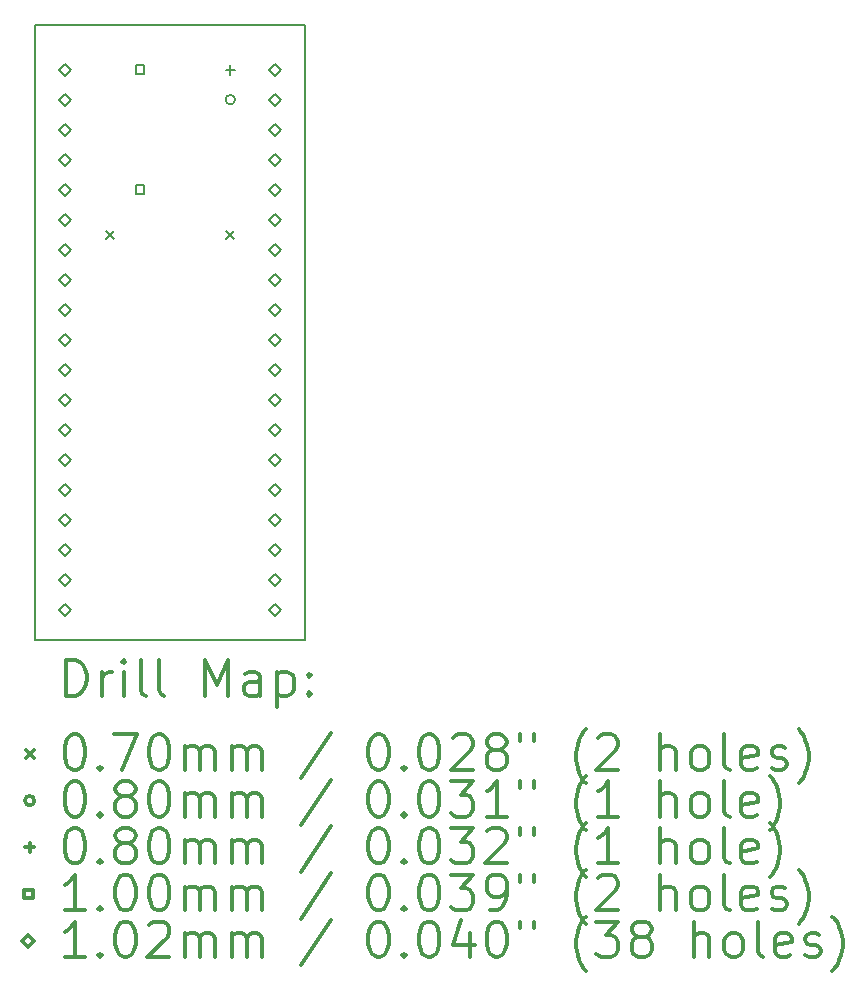
<source format=gbr>
%FSLAX45Y45*%
G04 Gerber Fmt 4.5, Leading zero omitted, Abs format (unit mm)*
G04 Created by KiCad (PCBNEW 4.0.3+e1-6302~38~ubuntu16.04.1-stable) date Thu Aug 25 11:32:29 2016*
%MOMM*%
%LPD*%
G01*
G04 APERTURE LIST*
%ADD10C,0.127000*%
%ADD11C,0.150000*%
%ADD12C,0.200000*%
%ADD13C,0.300000*%
G04 APERTURE END LIST*
D10*
D11*
X15113000Y-10160000D02*
X12827000Y-10160000D01*
X15113000Y-15367000D02*
X15113000Y-10160000D01*
X12827000Y-15367000D02*
X15113000Y-15367000D01*
X12827000Y-10160000D02*
X12827000Y-15367000D01*
D12*
X13426896Y-11903202D02*
X13497000Y-11973306D01*
X13497000Y-11903202D02*
X13426896Y-11973306D01*
X14442896Y-11903202D02*
X14513000Y-11973306D01*
X14513000Y-11903202D02*
X14442896Y-11973306D01*
X14518000Y-10795000D02*
G75*
G03X14518000Y-10795000I-40000J0D01*
G01*
X14478000Y-10504995D02*
X14478000Y-10585005D01*
X14437995Y-10545000D02*
X14518005Y-10545000D01*
X13751382Y-10576383D02*
X13751382Y-10505618D01*
X13680617Y-10505618D01*
X13680617Y-10576383D01*
X13751382Y-10576383D01*
X13751382Y-11592382D02*
X13751382Y-11521617D01*
X13680617Y-11521617D01*
X13680617Y-11592382D01*
X13751382Y-11592382D01*
X13081000Y-10591800D02*
X13131800Y-10541000D01*
X13081000Y-10490200D01*
X13030200Y-10541000D01*
X13081000Y-10591800D01*
X13081000Y-10845800D02*
X13131800Y-10795000D01*
X13081000Y-10744200D01*
X13030200Y-10795000D01*
X13081000Y-10845800D01*
X13081000Y-11099800D02*
X13131800Y-11049000D01*
X13081000Y-10998200D01*
X13030200Y-11049000D01*
X13081000Y-11099800D01*
X13081000Y-11353800D02*
X13131800Y-11303000D01*
X13081000Y-11252200D01*
X13030200Y-11303000D01*
X13081000Y-11353800D01*
X13081000Y-11607800D02*
X13131800Y-11557000D01*
X13081000Y-11506200D01*
X13030200Y-11557000D01*
X13081000Y-11607800D01*
X13081000Y-11861800D02*
X13131800Y-11811000D01*
X13081000Y-11760200D01*
X13030200Y-11811000D01*
X13081000Y-11861800D01*
X13081000Y-12115800D02*
X13131800Y-12065000D01*
X13081000Y-12014200D01*
X13030200Y-12065000D01*
X13081000Y-12115800D01*
X13081000Y-12369800D02*
X13131800Y-12319000D01*
X13081000Y-12268200D01*
X13030200Y-12319000D01*
X13081000Y-12369800D01*
X13081000Y-12623800D02*
X13131800Y-12573000D01*
X13081000Y-12522200D01*
X13030200Y-12573000D01*
X13081000Y-12623800D01*
X13081000Y-12877800D02*
X13131800Y-12827000D01*
X13081000Y-12776200D01*
X13030200Y-12827000D01*
X13081000Y-12877800D01*
X13081000Y-13131800D02*
X13131800Y-13081000D01*
X13081000Y-13030200D01*
X13030200Y-13081000D01*
X13081000Y-13131800D01*
X13081000Y-13385800D02*
X13131800Y-13335000D01*
X13081000Y-13284200D01*
X13030200Y-13335000D01*
X13081000Y-13385800D01*
X13081000Y-13639800D02*
X13131800Y-13589000D01*
X13081000Y-13538200D01*
X13030200Y-13589000D01*
X13081000Y-13639800D01*
X13081000Y-13893800D02*
X13131800Y-13843000D01*
X13081000Y-13792200D01*
X13030200Y-13843000D01*
X13081000Y-13893800D01*
X13081000Y-14147800D02*
X13131800Y-14097000D01*
X13081000Y-14046200D01*
X13030200Y-14097000D01*
X13081000Y-14147800D01*
X13081000Y-14401800D02*
X13131800Y-14351000D01*
X13081000Y-14300200D01*
X13030200Y-14351000D01*
X13081000Y-14401800D01*
X13081000Y-14655800D02*
X13131800Y-14605000D01*
X13081000Y-14554200D01*
X13030200Y-14605000D01*
X13081000Y-14655800D01*
X13081000Y-14909800D02*
X13131800Y-14859000D01*
X13081000Y-14808200D01*
X13030200Y-14859000D01*
X13081000Y-14909800D01*
X13081000Y-15163800D02*
X13131800Y-15113000D01*
X13081000Y-15062200D01*
X13030200Y-15113000D01*
X13081000Y-15163800D01*
X14859000Y-10591800D02*
X14909800Y-10541000D01*
X14859000Y-10490200D01*
X14808200Y-10541000D01*
X14859000Y-10591800D01*
X14859000Y-10845800D02*
X14909800Y-10795000D01*
X14859000Y-10744200D01*
X14808200Y-10795000D01*
X14859000Y-10845800D01*
X14859000Y-11099800D02*
X14909800Y-11049000D01*
X14859000Y-10998200D01*
X14808200Y-11049000D01*
X14859000Y-11099800D01*
X14859000Y-11353800D02*
X14909800Y-11303000D01*
X14859000Y-11252200D01*
X14808200Y-11303000D01*
X14859000Y-11353800D01*
X14859000Y-11607800D02*
X14909800Y-11557000D01*
X14859000Y-11506200D01*
X14808200Y-11557000D01*
X14859000Y-11607800D01*
X14859000Y-11861800D02*
X14909800Y-11811000D01*
X14859000Y-11760200D01*
X14808200Y-11811000D01*
X14859000Y-11861800D01*
X14859000Y-12115800D02*
X14909800Y-12065000D01*
X14859000Y-12014200D01*
X14808200Y-12065000D01*
X14859000Y-12115800D01*
X14859000Y-12369800D02*
X14909800Y-12319000D01*
X14859000Y-12268200D01*
X14808200Y-12319000D01*
X14859000Y-12369800D01*
X14859000Y-12623800D02*
X14909800Y-12573000D01*
X14859000Y-12522200D01*
X14808200Y-12573000D01*
X14859000Y-12623800D01*
X14859000Y-12877800D02*
X14909800Y-12827000D01*
X14859000Y-12776200D01*
X14808200Y-12827000D01*
X14859000Y-12877800D01*
X14859000Y-13131800D02*
X14909800Y-13081000D01*
X14859000Y-13030200D01*
X14808200Y-13081000D01*
X14859000Y-13131800D01*
X14859000Y-13385800D02*
X14909800Y-13335000D01*
X14859000Y-13284200D01*
X14808200Y-13335000D01*
X14859000Y-13385800D01*
X14859000Y-13639800D02*
X14909800Y-13589000D01*
X14859000Y-13538200D01*
X14808200Y-13589000D01*
X14859000Y-13639800D01*
X14859000Y-13893800D02*
X14909800Y-13843000D01*
X14859000Y-13792200D01*
X14808200Y-13843000D01*
X14859000Y-13893800D01*
X14859000Y-14147800D02*
X14909800Y-14097000D01*
X14859000Y-14046200D01*
X14808200Y-14097000D01*
X14859000Y-14147800D01*
X14859000Y-14401800D02*
X14909800Y-14351000D01*
X14859000Y-14300200D01*
X14808200Y-14351000D01*
X14859000Y-14401800D01*
X14859000Y-14655800D02*
X14909800Y-14605000D01*
X14859000Y-14554200D01*
X14808200Y-14605000D01*
X14859000Y-14655800D01*
X14859000Y-14909800D02*
X14909800Y-14859000D01*
X14859000Y-14808200D01*
X14808200Y-14859000D01*
X14859000Y-14909800D01*
X14859000Y-15163800D02*
X14909800Y-15113000D01*
X14859000Y-15062200D01*
X14808200Y-15113000D01*
X14859000Y-15163800D01*
D13*
X13090928Y-15840214D02*
X13090928Y-15540214D01*
X13162357Y-15540214D01*
X13205214Y-15554500D01*
X13233786Y-15583071D01*
X13248071Y-15611643D01*
X13262357Y-15668786D01*
X13262357Y-15711643D01*
X13248071Y-15768786D01*
X13233786Y-15797357D01*
X13205214Y-15825929D01*
X13162357Y-15840214D01*
X13090928Y-15840214D01*
X13390928Y-15840214D02*
X13390928Y-15640214D01*
X13390928Y-15697357D02*
X13405214Y-15668786D01*
X13419500Y-15654500D01*
X13448071Y-15640214D01*
X13476643Y-15640214D01*
X13576643Y-15840214D02*
X13576643Y-15640214D01*
X13576643Y-15540214D02*
X13562357Y-15554500D01*
X13576643Y-15568786D01*
X13590928Y-15554500D01*
X13576643Y-15540214D01*
X13576643Y-15568786D01*
X13762357Y-15840214D02*
X13733786Y-15825929D01*
X13719500Y-15797357D01*
X13719500Y-15540214D01*
X13919500Y-15840214D02*
X13890928Y-15825929D01*
X13876643Y-15797357D01*
X13876643Y-15540214D01*
X14262357Y-15840214D02*
X14262357Y-15540214D01*
X14362357Y-15754500D01*
X14462357Y-15540214D01*
X14462357Y-15840214D01*
X14733786Y-15840214D02*
X14733786Y-15683071D01*
X14719500Y-15654500D01*
X14690928Y-15640214D01*
X14633786Y-15640214D01*
X14605214Y-15654500D01*
X14733786Y-15825929D02*
X14705214Y-15840214D01*
X14633786Y-15840214D01*
X14605214Y-15825929D01*
X14590928Y-15797357D01*
X14590928Y-15768786D01*
X14605214Y-15740214D01*
X14633786Y-15725929D01*
X14705214Y-15725929D01*
X14733786Y-15711643D01*
X14876643Y-15640214D02*
X14876643Y-15940214D01*
X14876643Y-15654500D02*
X14905214Y-15640214D01*
X14962357Y-15640214D01*
X14990928Y-15654500D01*
X15005214Y-15668786D01*
X15019500Y-15697357D01*
X15019500Y-15783071D01*
X15005214Y-15811643D01*
X14990928Y-15825929D01*
X14962357Y-15840214D01*
X14905214Y-15840214D01*
X14876643Y-15825929D01*
X15148071Y-15811643D02*
X15162357Y-15825929D01*
X15148071Y-15840214D01*
X15133786Y-15825929D01*
X15148071Y-15811643D01*
X15148071Y-15840214D01*
X15148071Y-15654500D02*
X15162357Y-15668786D01*
X15148071Y-15683071D01*
X15133786Y-15668786D01*
X15148071Y-15654500D01*
X15148071Y-15683071D01*
X12749396Y-16299448D02*
X12819500Y-16369552D01*
X12819500Y-16299448D02*
X12749396Y-16369552D01*
X13148071Y-16170214D02*
X13176643Y-16170214D01*
X13205214Y-16184500D01*
X13219500Y-16198786D01*
X13233786Y-16227357D01*
X13248071Y-16284500D01*
X13248071Y-16355929D01*
X13233786Y-16413071D01*
X13219500Y-16441643D01*
X13205214Y-16455929D01*
X13176643Y-16470214D01*
X13148071Y-16470214D01*
X13119500Y-16455929D01*
X13105214Y-16441643D01*
X13090928Y-16413071D01*
X13076643Y-16355929D01*
X13076643Y-16284500D01*
X13090928Y-16227357D01*
X13105214Y-16198786D01*
X13119500Y-16184500D01*
X13148071Y-16170214D01*
X13376643Y-16441643D02*
X13390928Y-16455929D01*
X13376643Y-16470214D01*
X13362357Y-16455929D01*
X13376643Y-16441643D01*
X13376643Y-16470214D01*
X13490928Y-16170214D02*
X13690928Y-16170214D01*
X13562357Y-16470214D01*
X13862357Y-16170214D02*
X13890928Y-16170214D01*
X13919500Y-16184500D01*
X13933786Y-16198786D01*
X13948071Y-16227357D01*
X13962357Y-16284500D01*
X13962357Y-16355929D01*
X13948071Y-16413071D01*
X13933786Y-16441643D01*
X13919500Y-16455929D01*
X13890928Y-16470214D01*
X13862357Y-16470214D01*
X13833786Y-16455929D01*
X13819500Y-16441643D01*
X13805214Y-16413071D01*
X13790928Y-16355929D01*
X13790928Y-16284500D01*
X13805214Y-16227357D01*
X13819500Y-16198786D01*
X13833786Y-16184500D01*
X13862357Y-16170214D01*
X14090928Y-16470214D02*
X14090928Y-16270214D01*
X14090928Y-16298786D02*
X14105214Y-16284500D01*
X14133786Y-16270214D01*
X14176643Y-16270214D01*
X14205214Y-16284500D01*
X14219500Y-16313071D01*
X14219500Y-16470214D01*
X14219500Y-16313071D02*
X14233786Y-16284500D01*
X14262357Y-16270214D01*
X14305214Y-16270214D01*
X14333786Y-16284500D01*
X14348071Y-16313071D01*
X14348071Y-16470214D01*
X14490928Y-16470214D02*
X14490928Y-16270214D01*
X14490928Y-16298786D02*
X14505214Y-16284500D01*
X14533786Y-16270214D01*
X14576643Y-16270214D01*
X14605214Y-16284500D01*
X14619500Y-16313071D01*
X14619500Y-16470214D01*
X14619500Y-16313071D02*
X14633786Y-16284500D01*
X14662357Y-16270214D01*
X14705214Y-16270214D01*
X14733786Y-16284500D01*
X14748071Y-16313071D01*
X14748071Y-16470214D01*
X15333786Y-16155929D02*
X15076643Y-16541643D01*
X15719500Y-16170214D02*
X15748071Y-16170214D01*
X15776643Y-16184500D01*
X15790928Y-16198786D01*
X15805214Y-16227357D01*
X15819500Y-16284500D01*
X15819500Y-16355929D01*
X15805214Y-16413071D01*
X15790928Y-16441643D01*
X15776643Y-16455929D01*
X15748071Y-16470214D01*
X15719500Y-16470214D01*
X15690928Y-16455929D01*
X15676643Y-16441643D01*
X15662357Y-16413071D01*
X15648071Y-16355929D01*
X15648071Y-16284500D01*
X15662357Y-16227357D01*
X15676643Y-16198786D01*
X15690928Y-16184500D01*
X15719500Y-16170214D01*
X15948071Y-16441643D02*
X15962357Y-16455929D01*
X15948071Y-16470214D01*
X15933786Y-16455929D01*
X15948071Y-16441643D01*
X15948071Y-16470214D01*
X16148071Y-16170214D02*
X16176643Y-16170214D01*
X16205214Y-16184500D01*
X16219500Y-16198786D01*
X16233785Y-16227357D01*
X16248071Y-16284500D01*
X16248071Y-16355929D01*
X16233785Y-16413071D01*
X16219500Y-16441643D01*
X16205214Y-16455929D01*
X16176643Y-16470214D01*
X16148071Y-16470214D01*
X16119500Y-16455929D01*
X16105214Y-16441643D01*
X16090928Y-16413071D01*
X16076643Y-16355929D01*
X16076643Y-16284500D01*
X16090928Y-16227357D01*
X16105214Y-16198786D01*
X16119500Y-16184500D01*
X16148071Y-16170214D01*
X16362357Y-16198786D02*
X16376643Y-16184500D01*
X16405214Y-16170214D01*
X16476643Y-16170214D01*
X16505214Y-16184500D01*
X16519500Y-16198786D01*
X16533785Y-16227357D01*
X16533785Y-16255929D01*
X16519500Y-16298786D01*
X16348071Y-16470214D01*
X16533785Y-16470214D01*
X16705214Y-16298786D02*
X16676643Y-16284500D01*
X16662357Y-16270214D01*
X16648071Y-16241643D01*
X16648071Y-16227357D01*
X16662357Y-16198786D01*
X16676643Y-16184500D01*
X16705214Y-16170214D01*
X16762357Y-16170214D01*
X16790928Y-16184500D01*
X16805214Y-16198786D01*
X16819500Y-16227357D01*
X16819500Y-16241643D01*
X16805214Y-16270214D01*
X16790928Y-16284500D01*
X16762357Y-16298786D01*
X16705214Y-16298786D01*
X16676643Y-16313071D01*
X16662357Y-16327357D01*
X16648071Y-16355929D01*
X16648071Y-16413071D01*
X16662357Y-16441643D01*
X16676643Y-16455929D01*
X16705214Y-16470214D01*
X16762357Y-16470214D01*
X16790928Y-16455929D01*
X16805214Y-16441643D01*
X16819500Y-16413071D01*
X16819500Y-16355929D01*
X16805214Y-16327357D01*
X16790928Y-16313071D01*
X16762357Y-16298786D01*
X16933786Y-16170214D02*
X16933786Y-16227357D01*
X17048071Y-16170214D02*
X17048071Y-16227357D01*
X17490928Y-16584500D02*
X17476643Y-16570214D01*
X17448071Y-16527357D01*
X17433786Y-16498786D01*
X17419500Y-16455929D01*
X17405214Y-16384500D01*
X17405214Y-16327357D01*
X17419500Y-16255929D01*
X17433786Y-16213071D01*
X17448071Y-16184500D01*
X17476643Y-16141643D01*
X17490928Y-16127357D01*
X17590928Y-16198786D02*
X17605214Y-16184500D01*
X17633786Y-16170214D01*
X17705214Y-16170214D01*
X17733786Y-16184500D01*
X17748071Y-16198786D01*
X17762357Y-16227357D01*
X17762357Y-16255929D01*
X17748071Y-16298786D01*
X17576643Y-16470214D01*
X17762357Y-16470214D01*
X18119500Y-16470214D02*
X18119500Y-16170214D01*
X18248071Y-16470214D02*
X18248071Y-16313071D01*
X18233786Y-16284500D01*
X18205214Y-16270214D01*
X18162357Y-16270214D01*
X18133786Y-16284500D01*
X18119500Y-16298786D01*
X18433786Y-16470214D02*
X18405214Y-16455929D01*
X18390928Y-16441643D01*
X18376643Y-16413071D01*
X18376643Y-16327357D01*
X18390928Y-16298786D01*
X18405214Y-16284500D01*
X18433786Y-16270214D01*
X18476643Y-16270214D01*
X18505214Y-16284500D01*
X18519500Y-16298786D01*
X18533786Y-16327357D01*
X18533786Y-16413071D01*
X18519500Y-16441643D01*
X18505214Y-16455929D01*
X18476643Y-16470214D01*
X18433786Y-16470214D01*
X18705214Y-16470214D02*
X18676643Y-16455929D01*
X18662357Y-16427357D01*
X18662357Y-16170214D01*
X18933786Y-16455929D02*
X18905214Y-16470214D01*
X18848071Y-16470214D01*
X18819500Y-16455929D01*
X18805214Y-16427357D01*
X18805214Y-16313071D01*
X18819500Y-16284500D01*
X18848071Y-16270214D01*
X18905214Y-16270214D01*
X18933786Y-16284500D01*
X18948071Y-16313071D01*
X18948071Y-16341643D01*
X18805214Y-16370214D01*
X19062357Y-16455929D02*
X19090929Y-16470214D01*
X19148071Y-16470214D01*
X19176643Y-16455929D01*
X19190929Y-16427357D01*
X19190929Y-16413071D01*
X19176643Y-16384500D01*
X19148071Y-16370214D01*
X19105214Y-16370214D01*
X19076643Y-16355929D01*
X19062357Y-16327357D01*
X19062357Y-16313071D01*
X19076643Y-16284500D01*
X19105214Y-16270214D01*
X19148071Y-16270214D01*
X19176643Y-16284500D01*
X19290928Y-16584500D02*
X19305214Y-16570214D01*
X19333786Y-16527357D01*
X19348071Y-16498786D01*
X19362357Y-16455929D01*
X19376643Y-16384500D01*
X19376643Y-16327357D01*
X19362357Y-16255929D01*
X19348071Y-16213071D01*
X19333786Y-16184500D01*
X19305214Y-16141643D01*
X19290928Y-16127357D01*
X12819500Y-16730500D02*
G75*
G03X12819500Y-16730500I-40000J0D01*
G01*
X13148071Y-16566214D02*
X13176643Y-16566214D01*
X13205214Y-16580500D01*
X13219500Y-16594786D01*
X13233786Y-16623357D01*
X13248071Y-16680500D01*
X13248071Y-16751929D01*
X13233786Y-16809072D01*
X13219500Y-16837643D01*
X13205214Y-16851929D01*
X13176643Y-16866214D01*
X13148071Y-16866214D01*
X13119500Y-16851929D01*
X13105214Y-16837643D01*
X13090928Y-16809072D01*
X13076643Y-16751929D01*
X13076643Y-16680500D01*
X13090928Y-16623357D01*
X13105214Y-16594786D01*
X13119500Y-16580500D01*
X13148071Y-16566214D01*
X13376643Y-16837643D02*
X13390928Y-16851929D01*
X13376643Y-16866214D01*
X13362357Y-16851929D01*
X13376643Y-16837643D01*
X13376643Y-16866214D01*
X13562357Y-16694786D02*
X13533786Y-16680500D01*
X13519500Y-16666214D01*
X13505214Y-16637643D01*
X13505214Y-16623357D01*
X13519500Y-16594786D01*
X13533786Y-16580500D01*
X13562357Y-16566214D01*
X13619500Y-16566214D01*
X13648071Y-16580500D01*
X13662357Y-16594786D01*
X13676643Y-16623357D01*
X13676643Y-16637643D01*
X13662357Y-16666214D01*
X13648071Y-16680500D01*
X13619500Y-16694786D01*
X13562357Y-16694786D01*
X13533786Y-16709071D01*
X13519500Y-16723357D01*
X13505214Y-16751929D01*
X13505214Y-16809072D01*
X13519500Y-16837643D01*
X13533786Y-16851929D01*
X13562357Y-16866214D01*
X13619500Y-16866214D01*
X13648071Y-16851929D01*
X13662357Y-16837643D01*
X13676643Y-16809072D01*
X13676643Y-16751929D01*
X13662357Y-16723357D01*
X13648071Y-16709071D01*
X13619500Y-16694786D01*
X13862357Y-16566214D02*
X13890928Y-16566214D01*
X13919500Y-16580500D01*
X13933786Y-16594786D01*
X13948071Y-16623357D01*
X13962357Y-16680500D01*
X13962357Y-16751929D01*
X13948071Y-16809072D01*
X13933786Y-16837643D01*
X13919500Y-16851929D01*
X13890928Y-16866214D01*
X13862357Y-16866214D01*
X13833786Y-16851929D01*
X13819500Y-16837643D01*
X13805214Y-16809072D01*
X13790928Y-16751929D01*
X13790928Y-16680500D01*
X13805214Y-16623357D01*
X13819500Y-16594786D01*
X13833786Y-16580500D01*
X13862357Y-16566214D01*
X14090928Y-16866214D02*
X14090928Y-16666214D01*
X14090928Y-16694786D02*
X14105214Y-16680500D01*
X14133786Y-16666214D01*
X14176643Y-16666214D01*
X14205214Y-16680500D01*
X14219500Y-16709071D01*
X14219500Y-16866214D01*
X14219500Y-16709071D02*
X14233786Y-16680500D01*
X14262357Y-16666214D01*
X14305214Y-16666214D01*
X14333786Y-16680500D01*
X14348071Y-16709071D01*
X14348071Y-16866214D01*
X14490928Y-16866214D02*
X14490928Y-16666214D01*
X14490928Y-16694786D02*
X14505214Y-16680500D01*
X14533786Y-16666214D01*
X14576643Y-16666214D01*
X14605214Y-16680500D01*
X14619500Y-16709071D01*
X14619500Y-16866214D01*
X14619500Y-16709071D02*
X14633786Y-16680500D01*
X14662357Y-16666214D01*
X14705214Y-16666214D01*
X14733786Y-16680500D01*
X14748071Y-16709071D01*
X14748071Y-16866214D01*
X15333786Y-16551929D02*
X15076643Y-16937643D01*
X15719500Y-16566214D02*
X15748071Y-16566214D01*
X15776643Y-16580500D01*
X15790928Y-16594786D01*
X15805214Y-16623357D01*
X15819500Y-16680500D01*
X15819500Y-16751929D01*
X15805214Y-16809072D01*
X15790928Y-16837643D01*
X15776643Y-16851929D01*
X15748071Y-16866214D01*
X15719500Y-16866214D01*
X15690928Y-16851929D01*
X15676643Y-16837643D01*
X15662357Y-16809072D01*
X15648071Y-16751929D01*
X15648071Y-16680500D01*
X15662357Y-16623357D01*
X15676643Y-16594786D01*
X15690928Y-16580500D01*
X15719500Y-16566214D01*
X15948071Y-16837643D02*
X15962357Y-16851929D01*
X15948071Y-16866214D01*
X15933786Y-16851929D01*
X15948071Y-16837643D01*
X15948071Y-16866214D01*
X16148071Y-16566214D02*
X16176643Y-16566214D01*
X16205214Y-16580500D01*
X16219500Y-16594786D01*
X16233785Y-16623357D01*
X16248071Y-16680500D01*
X16248071Y-16751929D01*
X16233785Y-16809072D01*
X16219500Y-16837643D01*
X16205214Y-16851929D01*
X16176643Y-16866214D01*
X16148071Y-16866214D01*
X16119500Y-16851929D01*
X16105214Y-16837643D01*
X16090928Y-16809072D01*
X16076643Y-16751929D01*
X16076643Y-16680500D01*
X16090928Y-16623357D01*
X16105214Y-16594786D01*
X16119500Y-16580500D01*
X16148071Y-16566214D01*
X16348071Y-16566214D02*
X16533785Y-16566214D01*
X16433785Y-16680500D01*
X16476643Y-16680500D01*
X16505214Y-16694786D01*
X16519500Y-16709071D01*
X16533785Y-16737643D01*
X16533785Y-16809072D01*
X16519500Y-16837643D01*
X16505214Y-16851929D01*
X16476643Y-16866214D01*
X16390928Y-16866214D01*
X16362357Y-16851929D01*
X16348071Y-16837643D01*
X16819500Y-16866214D02*
X16648071Y-16866214D01*
X16733785Y-16866214D02*
X16733785Y-16566214D01*
X16705214Y-16609071D01*
X16676643Y-16637643D01*
X16648071Y-16651929D01*
X16933786Y-16566214D02*
X16933786Y-16623357D01*
X17048071Y-16566214D02*
X17048071Y-16623357D01*
X17490928Y-16980500D02*
X17476643Y-16966214D01*
X17448071Y-16923357D01*
X17433786Y-16894786D01*
X17419500Y-16851929D01*
X17405214Y-16780500D01*
X17405214Y-16723357D01*
X17419500Y-16651929D01*
X17433786Y-16609071D01*
X17448071Y-16580500D01*
X17476643Y-16537643D01*
X17490928Y-16523357D01*
X17762357Y-16866214D02*
X17590928Y-16866214D01*
X17676643Y-16866214D02*
X17676643Y-16566214D01*
X17648071Y-16609071D01*
X17619500Y-16637643D01*
X17590928Y-16651929D01*
X18119500Y-16866214D02*
X18119500Y-16566214D01*
X18248071Y-16866214D02*
X18248071Y-16709071D01*
X18233786Y-16680500D01*
X18205214Y-16666214D01*
X18162357Y-16666214D01*
X18133786Y-16680500D01*
X18119500Y-16694786D01*
X18433786Y-16866214D02*
X18405214Y-16851929D01*
X18390928Y-16837643D01*
X18376643Y-16809072D01*
X18376643Y-16723357D01*
X18390928Y-16694786D01*
X18405214Y-16680500D01*
X18433786Y-16666214D01*
X18476643Y-16666214D01*
X18505214Y-16680500D01*
X18519500Y-16694786D01*
X18533786Y-16723357D01*
X18533786Y-16809072D01*
X18519500Y-16837643D01*
X18505214Y-16851929D01*
X18476643Y-16866214D01*
X18433786Y-16866214D01*
X18705214Y-16866214D02*
X18676643Y-16851929D01*
X18662357Y-16823357D01*
X18662357Y-16566214D01*
X18933786Y-16851929D02*
X18905214Y-16866214D01*
X18848071Y-16866214D01*
X18819500Y-16851929D01*
X18805214Y-16823357D01*
X18805214Y-16709071D01*
X18819500Y-16680500D01*
X18848071Y-16666214D01*
X18905214Y-16666214D01*
X18933786Y-16680500D01*
X18948071Y-16709071D01*
X18948071Y-16737643D01*
X18805214Y-16766214D01*
X19048071Y-16980500D02*
X19062357Y-16966214D01*
X19090929Y-16923357D01*
X19105214Y-16894786D01*
X19119500Y-16851929D01*
X19133786Y-16780500D01*
X19133786Y-16723357D01*
X19119500Y-16651929D01*
X19105214Y-16609071D01*
X19090929Y-16580500D01*
X19062357Y-16537643D01*
X19048071Y-16523357D01*
X12779495Y-17086495D02*
X12779495Y-17166505D01*
X12739490Y-17126500D02*
X12819500Y-17126500D01*
X13148071Y-16962214D02*
X13176643Y-16962214D01*
X13205214Y-16976500D01*
X13219500Y-16990786D01*
X13233786Y-17019357D01*
X13248071Y-17076500D01*
X13248071Y-17147929D01*
X13233786Y-17205072D01*
X13219500Y-17233643D01*
X13205214Y-17247929D01*
X13176643Y-17262214D01*
X13148071Y-17262214D01*
X13119500Y-17247929D01*
X13105214Y-17233643D01*
X13090928Y-17205072D01*
X13076643Y-17147929D01*
X13076643Y-17076500D01*
X13090928Y-17019357D01*
X13105214Y-16990786D01*
X13119500Y-16976500D01*
X13148071Y-16962214D01*
X13376643Y-17233643D02*
X13390928Y-17247929D01*
X13376643Y-17262214D01*
X13362357Y-17247929D01*
X13376643Y-17233643D01*
X13376643Y-17262214D01*
X13562357Y-17090786D02*
X13533786Y-17076500D01*
X13519500Y-17062214D01*
X13505214Y-17033643D01*
X13505214Y-17019357D01*
X13519500Y-16990786D01*
X13533786Y-16976500D01*
X13562357Y-16962214D01*
X13619500Y-16962214D01*
X13648071Y-16976500D01*
X13662357Y-16990786D01*
X13676643Y-17019357D01*
X13676643Y-17033643D01*
X13662357Y-17062214D01*
X13648071Y-17076500D01*
X13619500Y-17090786D01*
X13562357Y-17090786D01*
X13533786Y-17105072D01*
X13519500Y-17119357D01*
X13505214Y-17147929D01*
X13505214Y-17205072D01*
X13519500Y-17233643D01*
X13533786Y-17247929D01*
X13562357Y-17262214D01*
X13619500Y-17262214D01*
X13648071Y-17247929D01*
X13662357Y-17233643D01*
X13676643Y-17205072D01*
X13676643Y-17147929D01*
X13662357Y-17119357D01*
X13648071Y-17105072D01*
X13619500Y-17090786D01*
X13862357Y-16962214D02*
X13890928Y-16962214D01*
X13919500Y-16976500D01*
X13933786Y-16990786D01*
X13948071Y-17019357D01*
X13962357Y-17076500D01*
X13962357Y-17147929D01*
X13948071Y-17205072D01*
X13933786Y-17233643D01*
X13919500Y-17247929D01*
X13890928Y-17262214D01*
X13862357Y-17262214D01*
X13833786Y-17247929D01*
X13819500Y-17233643D01*
X13805214Y-17205072D01*
X13790928Y-17147929D01*
X13790928Y-17076500D01*
X13805214Y-17019357D01*
X13819500Y-16990786D01*
X13833786Y-16976500D01*
X13862357Y-16962214D01*
X14090928Y-17262214D02*
X14090928Y-17062214D01*
X14090928Y-17090786D02*
X14105214Y-17076500D01*
X14133786Y-17062214D01*
X14176643Y-17062214D01*
X14205214Y-17076500D01*
X14219500Y-17105072D01*
X14219500Y-17262214D01*
X14219500Y-17105072D02*
X14233786Y-17076500D01*
X14262357Y-17062214D01*
X14305214Y-17062214D01*
X14333786Y-17076500D01*
X14348071Y-17105072D01*
X14348071Y-17262214D01*
X14490928Y-17262214D02*
X14490928Y-17062214D01*
X14490928Y-17090786D02*
X14505214Y-17076500D01*
X14533786Y-17062214D01*
X14576643Y-17062214D01*
X14605214Y-17076500D01*
X14619500Y-17105072D01*
X14619500Y-17262214D01*
X14619500Y-17105072D02*
X14633786Y-17076500D01*
X14662357Y-17062214D01*
X14705214Y-17062214D01*
X14733786Y-17076500D01*
X14748071Y-17105072D01*
X14748071Y-17262214D01*
X15333786Y-16947929D02*
X15076643Y-17333643D01*
X15719500Y-16962214D02*
X15748071Y-16962214D01*
X15776643Y-16976500D01*
X15790928Y-16990786D01*
X15805214Y-17019357D01*
X15819500Y-17076500D01*
X15819500Y-17147929D01*
X15805214Y-17205072D01*
X15790928Y-17233643D01*
X15776643Y-17247929D01*
X15748071Y-17262214D01*
X15719500Y-17262214D01*
X15690928Y-17247929D01*
X15676643Y-17233643D01*
X15662357Y-17205072D01*
X15648071Y-17147929D01*
X15648071Y-17076500D01*
X15662357Y-17019357D01*
X15676643Y-16990786D01*
X15690928Y-16976500D01*
X15719500Y-16962214D01*
X15948071Y-17233643D02*
X15962357Y-17247929D01*
X15948071Y-17262214D01*
X15933786Y-17247929D01*
X15948071Y-17233643D01*
X15948071Y-17262214D01*
X16148071Y-16962214D02*
X16176643Y-16962214D01*
X16205214Y-16976500D01*
X16219500Y-16990786D01*
X16233785Y-17019357D01*
X16248071Y-17076500D01*
X16248071Y-17147929D01*
X16233785Y-17205072D01*
X16219500Y-17233643D01*
X16205214Y-17247929D01*
X16176643Y-17262214D01*
X16148071Y-17262214D01*
X16119500Y-17247929D01*
X16105214Y-17233643D01*
X16090928Y-17205072D01*
X16076643Y-17147929D01*
X16076643Y-17076500D01*
X16090928Y-17019357D01*
X16105214Y-16990786D01*
X16119500Y-16976500D01*
X16148071Y-16962214D01*
X16348071Y-16962214D02*
X16533785Y-16962214D01*
X16433785Y-17076500D01*
X16476643Y-17076500D01*
X16505214Y-17090786D01*
X16519500Y-17105072D01*
X16533785Y-17133643D01*
X16533785Y-17205072D01*
X16519500Y-17233643D01*
X16505214Y-17247929D01*
X16476643Y-17262214D01*
X16390928Y-17262214D01*
X16362357Y-17247929D01*
X16348071Y-17233643D01*
X16648071Y-16990786D02*
X16662357Y-16976500D01*
X16690928Y-16962214D01*
X16762357Y-16962214D01*
X16790928Y-16976500D01*
X16805214Y-16990786D01*
X16819500Y-17019357D01*
X16819500Y-17047929D01*
X16805214Y-17090786D01*
X16633785Y-17262214D01*
X16819500Y-17262214D01*
X16933786Y-16962214D02*
X16933786Y-17019357D01*
X17048071Y-16962214D02*
X17048071Y-17019357D01*
X17490928Y-17376500D02*
X17476643Y-17362214D01*
X17448071Y-17319357D01*
X17433786Y-17290786D01*
X17419500Y-17247929D01*
X17405214Y-17176500D01*
X17405214Y-17119357D01*
X17419500Y-17047929D01*
X17433786Y-17005072D01*
X17448071Y-16976500D01*
X17476643Y-16933643D01*
X17490928Y-16919357D01*
X17762357Y-17262214D02*
X17590928Y-17262214D01*
X17676643Y-17262214D02*
X17676643Y-16962214D01*
X17648071Y-17005072D01*
X17619500Y-17033643D01*
X17590928Y-17047929D01*
X18119500Y-17262214D02*
X18119500Y-16962214D01*
X18248071Y-17262214D02*
X18248071Y-17105072D01*
X18233786Y-17076500D01*
X18205214Y-17062214D01*
X18162357Y-17062214D01*
X18133786Y-17076500D01*
X18119500Y-17090786D01*
X18433786Y-17262214D02*
X18405214Y-17247929D01*
X18390928Y-17233643D01*
X18376643Y-17205072D01*
X18376643Y-17119357D01*
X18390928Y-17090786D01*
X18405214Y-17076500D01*
X18433786Y-17062214D01*
X18476643Y-17062214D01*
X18505214Y-17076500D01*
X18519500Y-17090786D01*
X18533786Y-17119357D01*
X18533786Y-17205072D01*
X18519500Y-17233643D01*
X18505214Y-17247929D01*
X18476643Y-17262214D01*
X18433786Y-17262214D01*
X18705214Y-17262214D02*
X18676643Y-17247929D01*
X18662357Y-17219357D01*
X18662357Y-16962214D01*
X18933786Y-17247929D02*
X18905214Y-17262214D01*
X18848071Y-17262214D01*
X18819500Y-17247929D01*
X18805214Y-17219357D01*
X18805214Y-17105072D01*
X18819500Y-17076500D01*
X18848071Y-17062214D01*
X18905214Y-17062214D01*
X18933786Y-17076500D01*
X18948071Y-17105072D01*
X18948071Y-17133643D01*
X18805214Y-17162214D01*
X19048071Y-17376500D02*
X19062357Y-17362214D01*
X19090929Y-17319357D01*
X19105214Y-17290786D01*
X19119500Y-17247929D01*
X19133786Y-17176500D01*
X19133786Y-17119357D01*
X19119500Y-17047929D01*
X19105214Y-17005072D01*
X19090929Y-16976500D01*
X19062357Y-16933643D01*
X19048071Y-16919357D01*
X12804844Y-17557883D02*
X12804844Y-17487118D01*
X12734079Y-17487118D01*
X12734079Y-17557883D01*
X12804844Y-17557883D01*
X13248071Y-17658214D02*
X13076643Y-17658214D01*
X13162357Y-17658214D02*
X13162357Y-17358214D01*
X13133786Y-17401072D01*
X13105214Y-17429643D01*
X13076643Y-17443929D01*
X13376643Y-17629643D02*
X13390928Y-17643929D01*
X13376643Y-17658214D01*
X13362357Y-17643929D01*
X13376643Y-17629643D01*
X13376643Y-17658214D01*
X13576643Y-17358214D02*
X13605214Y-17358214D01*
X13633786Y-17372500D01*
X13648071Y-17386786D01*
X13662357Y-17415357D01*
X13676643Y-17472500D01*
X13676643Y-17543929D01*
X13662357Y-17601072D01*
X13648071Y-17629643D01*
X13633786Y-17643929D01*
X13605214Y-17658214D01*
X13576643Y-17658214D01*
X13548071Y-17643929D01*
X13533786Y-17629643D01*
X13519500Y-17601072D01*
X13505214Y-17543929D01*
X13505214Y-17472500D01*
X13519500Y-17415357D01*
X13533786Y-17386786D01*
X13548071Y-17372500D01*
X13576643Y-17358214D01*
X13862357Y-17358214D02*
X13890928Y-17358214D01*
X13919500Y-17372500D01*
X13933786Y-17386786D01*
X13948071Y-17415357D01*
X13962357Y-17472500D01*
X13962357Y-17543929D01*
X13948071Y-17601072D01*
X13933786Y-17629643D01*
X13919500Y-17643929D01*
X13890928Y-17658214D01*
X13862357Y-17658214D01*
X13833786Y-17643929D01*
X13819500Y-17629643D01*
X13805214Y-17601072D01*
X13790928Y-17543929D01*
X13790928Y-17472500D01*
X13805214Y-17415357D01*
X13819500Y-17386786D01*
X13833786Y-17372500D01*
X13862357Y-17358214D01*
X14090928Y-17658214D02*
X14090928Y-17458214D01*
X14090928Y-17486786D02*
X14105214Y-17472500D01*
X14133786Y-17458214D01*
X14176643Y-17458214D01*
X14205214Y-17472500D01*
X14219500Y-17501072D01*
X14219500Y-17658214D01*
X14219500Y-17501072D02*
X14233786Y-17472500D01*
X14262357Y-17458214D01*
X14305214Y-17458214D01*
X14333786Y-17472500D01*
X14348071Y-17501072D01*
X14348071Y-17658214D01*
X14490928Y-17658214D02*
X14490928Y-17458214D01*
X14490928Y-17486786D02*
X14505214Y-17472500D01*
X14533786Y-17458214D01*
X14576643Y-17458214D01*
X14605214Y-17472500D01*
X14619500Y-17501072D01*
X14619500Y-17658214D01*
X14619500Y-17501072D02*
X14633786Y-17472500D01*
X14662357Y-17458214D01*
X14705214Y-17458214D01*
X14733786Y-17472500D01*
X14748071Y-17501072D01*
X14748071Y-17658214D01*
X15333786Y-17343929D02*
X15076643Y-17729643D01*
X15719500Y-17358214D02*
X15748071Y-17358214D01*
X15776643Y-17372500D01*
X15790928Y-17386786D01*
X15805214Y-17415357D01*
X15819500Y-17472500D01*
X15819500Y-17543929D01*
X15805214Y-17601072D01*
X15790928Y-17629643D01*
X15776643Y-17643929D01*
X15748071Y-17658214D01*
X15719500Y-17658214D01*
X15690928Y-17643929D01*
X15676643Y-17629643D01*
X15662357Y-17601072D01*
X15648071Y-17543929D01*
X15648071Y-17472500D01*
X15662357Y-17415357D01*
X15676643Y-17386786D01*
X15690928Y-17372500D01*
X15719500Y-17358214D01*
X15948071Y-17629643D02*
X15962357Y-17643929D01*
X15948071Y-17658214D01*
X15933786Y-17643929D01*
X15948071Y-17629643D01*
X15948071Y-17658214D01*
X16148071Y-17358214D02*
X16176643Y-17358214D01*
X16205214Y-17372500D01*
X16219500Y-17386786D01*
X16233785Y-17415357D01*
X16248071Y-17472500D01*
X16248071Y-17543929D01*
X16233785Y-17601072D01*
X16219500Y-17629643D01*
X16205214Y-17643929D01*
X16176643Y-17658214D01*
X16148071Y-17658214D01*
X16119500Y-17643929D01*
X16105214Y-17629643D01*
X16090928Y-17601072D01*
X16076643Y-17543929D01*
X16076643Y-17472500D01*
X16090928Y-17415357D01*
X16105214Y-17386786D01*
X16119500Y-17372500D01*
X16148071Y-17358214D01*
X16348071Y-17358214D02*
X16533785Y-17358214D01*
X16433785Y-17472500D01*
X16476643Y-17472500D01*
X16505214Y-17486786D01*
X16519500Y-17501072D01*
X16533785Y-17529643D01*
X16533785Y-17601072D01*
X16519500Y-17629643D01*
X16505214Y-17643929D01*
X16476643Y-17658214D01*
X16390928Y-17658214D01*
X16362357Y-17643929D01*
X16348071Y-17629643D01*
X16676643Y-17658214D02*
X16733785Y-17658214D01*
X16762357Y-17643929D01*
X16776643Y-17629643D01*
X16805214Y-17586786D01*
X16819500Y-17529643D01*
X16819500Y-17415357D01*
X16805214Y-17386786D01*
X16790928Y-17372500D01*
X16762357Y-17358214D01*
X16705214Y-17358214D01*
X16676643Y-17372500D01*
X16662357Y-17386786D01*
X16648071Y-17415357D01*
X16648071Y-17486786D01*
X16662357Y-17515357D01*
X16676643Y-17529643D01*
X16705214Y-17543929D01*
X16762357Y-17543929D01*
X16790928Y-17529643D01*
X16805214Y-17515357D01*
X16819500Y-17486786D01*
X16933786Y-17358214D02*
X16933786Y-17415357D01*
X17048071Y-17358214D02*
X17048071Y-17415357D01*
X17490928Y-17772500D02*
X17476643Y-17758214D01*
X17448071Y-17715357D01*
X17433786Y-17686786D01*
X17419500Y-17643929D01*
X17405214Y-17572500D01*
X17405214Y-17515357D01*
X17419500Y-17443929D01*
X17433786Y-17401072D01*
X17448071Y-17372500D01*
X17476643Y-17329643D01*
X17490928Y-17315357D01*
X17590928Y-17386786D02*
X17605214Y-17372500D01*
X17633786Y-17358214D01*
X17705214Y-17358214D01*
X17733786Y-17372500D01*
X17748071Y-17386786D01*
X17762357Y-17415357D01*
X17762357Y-17443929D01*
X17748071Y-17486786D01*
X17576643Y-17658214D01*
X17762357Y-17658214D01*
X18119500Y-17658214D02*
X18119500Y-17358214D01*
X18248071Y-17658214D02*
X18248071Y-17501072D01*
X18233786Y-17472500D01*
X18205214Y-17458214D01*
X18162357Y-17458214D01*
X18133786Y-17472500D01*
X18119500Y-17486786D01*
X18433786Y-17658214D02*
X18405214Y-17643929D01*
X18390928Y-17629643D01*
X18376643Y-17601072D01*
X18376643Y-17515357D01*
X18390928Y-17486786D01*
X18405214Y-17472500D01*
X18433786Y-17458214D01*
X18476643Y-17458214D01*
X18505214Y-17472500D01*
X18519500Y-17486786D01*
X18533786Y-17515357D01*
X18533786Y-17601072D01*
X18519500Y-17629643D01*
X18505214Y-17643929D01*
X18476643Y-17658214D01*
X18433786Y-17658214D01*
X18705214Y-17658214D02*
X18676643Y-17643929D01*
X18662357Y-17615357D01*
X18662357Y-17358214D01*
X18933786Y-17643929D02*
X18905214Y-17658214D01*
X18848071Y-17658214D01*
X18819500Y-17643929D01*
X18805214Y-17615357D01*
X18805214Y-17501072D01*
X18819500Y-17472500D01*
X18848071Y-17458214D01*
X18905214Y-17458214D01*
X18933786Y-17472500D01*
X18948071Y-17501072D01*
X18948071Y-17529643D01*
X18805214Y-17558214D01*
X19062357Y-17643929D02*
X19090929Y-17658214D01*
X19148071Y-17658214D01*
X19176643Y-17643929D01*
X19190929Y-17615357D01*
X19190929Y-17601072D01*
X19176643Y-17572500D01*
X19148071Y-17558214D01*
X19105214Y-17558214D01*
X19076643Y-17543929D01*
X19062357Y-17515357D01*
X19062357Y-17501072D01*
X19076643Y-17472500D01*
X19105214Y-17458214D01*
X19148071Y-17458214D01*
X19176643Y-17472500D01*
X19290928Y-17772500D02*
X19305214Y-17758214D01*
X19333786Y-17715357D01*
X19348071Y-17686786D01*
X19362357Y-17643929D01*
X19376643Y-17572500D01*
X19376643Y-17515357D01*
X19362357Y-17443929D01*
X19348071Y-17401072D01*
X19333786Y-17372500D01*
X19305214Y-17329643D01*
X19290928Y-17315357D01*
X12768700Y-17969300D02*
X12819500Y-17918500D01*
X12768700Y-17867700D01*
X12717900Y-17918500D01*
X12768700Y-17969300D01*
X13248071Y-18054214D02*
X13076643Y-18054214D01*
X13162357Y-18054214D02*
X13162357Y-17754214D01*
X13133786Y-17797072D01*
X13105214Y-17825643D01*
X13076643Y-17839929D01*
X13376643Y-18025643D02*
X13390928Y-18039929D01*
X13376643Y-18054214D01*
X13362357Y-18039929D01*
X13376643Y-18025643D01*
X13376643Y-18054214D01*
X13576643Y-17754214D02*
X13605214Y-17754214D01*
X13633786Y-17768500D01*
X13648071Y-17782786D01*
X13662357Y-17811357D01*
X13676643Y-17868500D01*
X13676643Y-17939929D01*
X13662357Y-17997072D01*
X13648071Y-18025643D01*
X13633786Y-18039929D01*
X13605214Y-18054214D01*
X13576643Y-18054214D01*
X13548071Y-18039929D01*
X13533786Y-18025643D01*
X13519500Y-17997072D01*
X13505214Y-17939929D01*
X13505214Y-17868500D01*
X13519500Y-17811357D01*
X13533786Y-17782786D01*
X13548071Y-17768500D01*
X13576643Y-17754214D01*
X13790928Y-17782786D02*
X13805214Y-17768500D01*
X13833786Y-17754214D01*
X13905214Y-17754214D01*
X13933786Y-17768500D01*
X13948071Y-17782786D01*
X13962357Y-17811357D01*
X13962357Y-17839929D01*
X13948071Y-17882786D01*
X13776643Y-18054214D01*
X13962357Y-18054214D01*
X14090928Y-18054214D02*
X14090928Y-17854214D01*
X14090928Y-17882786D02*
X14105214Y-17868500D01*
X14133786Y-17854214D01*
X14176643Y-17854214D01*
X14205214Y-17868500D01*
X14219500Y-17897072D01*
X14219500Y-18054214D01*
X14219500Y-17897072D02*
X14233786Y-17868500D01*
X14262357Y-17854214D01*
X14305214Y-17854214D01*
X14333786Y-17868500D01*
X14348071Y-17897072D01*
X14348071Y-18054214D01*
X14490928Y-18054214D02*
X14490928Y-17854214D01*
X14490928Y-17882786D02*
X14505214Y-17868500D01*
X14533786Y-17854214D01*
X14576643Y-17854214D01*
X14605214Y-17868500D01*
X14619500Y-17897072D01*
X14619500Y-18054214D01*
X14619500Y-17897072D02*
X14633786Y-17868500D01*
X14662357Y-17854214D01*
X14705214Y-17854214D01*
X14733786Y-17868500D01*
X14748071Y-17897072D01*
X14748071Y-18054214D01*
X15333786Y-17739929D02*
X15076643Y-18125643D01*
X15719500Y-17754214D02*
X15748071Y-17754214D01*
X15776643Y-17768500D01*
X15790928Y-17782786D01*
X15805214Y-17811357D01*
X15819500Y-17868500D01*
X15819500Y-17939929D01*
X15805214Y-17997072D01*
X15790928Y-18025643D01*
X15776643Y-18039929D01*
X15748071Y-18054214D01*
X15719500Y-18054214D01*
X15690928Y-18039929D01*
X15676643Y-18025643D01*
X15662357Y-17997072D01*
X15648071Y-17939929D01*
X15648071Y-17868500D01*
X15662357Y-17811357D01*
X15676643Y-17782786D01*
X15690928Y-17768500D01*
X15719500Y-17754214D01*
X15948071Y-18025643D02*
X15962357Y-18039929D01*
X15948071Y-18054214D01*
X15933786Y-18039929D01*
X15948071Y-18025643D01*
X15948071Y-18054214D01*
X16148071Y-17754214D02*
X16176643Y-17754214D01*
X16205214Y-17768500D01*
X16219500Y-17782786D01*
X16233785Y-17811357D01*
X16248071Y-17868500D01*
X16248071Y-17939929D01*
X16233785Y-17997072D01*
X16219500Y-18025643D01*
X16205214Y-18039929D01*
X16176643Y-18054214D01*
X16148071Y-18054214D01*
X16119500Y-18039929D01*
X16105214Y-18025643D01*
X16090928Y-17997072D01*
X16076643Y-17939929D01*
X16076643Y-17868500D01*
X16090928Y-17811357D01*
X16105214Y-17782786D01*
X16119500Y-17768500D01*
X16148071Y-17754214D01*
X16505214Y-17854214D02*
X16505214Y-18054214D01*
X16433785Y-17739929D02*
X16362357Y-17954214D01*
X16548071Y-17954214D01*
X16719500Y-17754214D02*
X16748071Y-17754214D01*
X16776643Y-17768500D01*
X16790928Y-17782786D01*
X16805214Y-17811357D01*
X16819500Y-17868500D01*
X16819500Y-17939929D01*
X16805214Y-17997072D01*
X16790928Y-18025643D01*
X16776643Y-18039929D01*
X16748071Y-18054214D01*
X16719500Y-18054214D01*
X16690928Y-18039929D01*
X16676643Y-18025643D01*
X16662357Y-17997072D01*
X16648071Y-17939929D01*
X16648071Y-17868500D01*
X16662357Y-17811357D01*
X16676643Y-17782786D01*
X16690928Y-17768500D01*
X16719500Y-17754214D01*
X16933786Y-17754214D02*
X16933786Y-17811357D01*
X17048071Y-17754214D02*
X17048071Y-17811357D01*
X17490928Y-18168500D02*
X17476643Y-18154214D01*
X17448071Y-18111357D01*
X17433786Y-18082786D01*
X17419500Y-18039929D01*
X17405214Y-17968500D01*
X17405214Y-17911357D01*
X17419500Y-17839929D01*
X17433786Y-17797072D01*
X17448071Y-17768500D01*
X17476643Y-17725643D01*
X17490928Y-17711357D01*
X17576643Y-17754214D02*
X17762357Y-17754214D01*
X17662357Y-17868500D01*
X17705214Y-17868500D01*
X17733786Y-17882786D01*
X17748071Y-17897072D01*
X17762357Y-17925643D01*
X17762357Y-17997072D01*
X17748071Y-18025643D01*
X17733786Y-18039929D01*
X17705214Y-18054214D01*
X17619500Y-18054214D01*
X17590928Y-18039929D01*
X17576643Y-18025643D01*
X17933786Y-17882786D02*
X17905214Y-17868500D01*
X17890928Y-17854214D01*
X17876643Y-17825643D01*
X17876643Y-17811357D01*
X17890928Y-17782786D01*
X17905214Y-17768500D01*
X17933786Y-17754214D01*
X17990928Y-17754214D01*
X18019500Y-17768500D01*
X18033786Y-17782786D01*
X18048071Y-17811357D01*
X18048071Y-17825643D01*
X18033786Y-17854214D01*
X18019500Y-17868500D01*
X17990928Y-17882786D01*
X17933786Y-17882786D01*
X17905214Y-17897072D01*
X17890928Y-17911357D01*
X17876643Y-17939929D01*
X17876643Y-17997072D01*
X17890928Y-18025643D01*
X17905214Y-18039929D01*
X17933786Y-18054214D01*
X17990928Y-18054214D01*
X18019500Y-18039929D01*
X18033786Y-18025643D01*
X18048071Y-17997072D01*
X18048071Y-17939929D01*
X18033786Y-17911357D01*
X18019500Y-17897072D01*
X17990928Y-17882786D01*
X18405214Y-18054214D02*
X18405214Y-17754214D01*
X18533786Y-18054214D02*
X18533786Y-17897072D01*
X18519500Y-17868500D01*
X18490928Y-17854214D01*
X18448071Y-17854214D01*
X18419500Y-17868500D01*
X18405214Y-17882786D01*
X18719500Y-18054214D02*
X18690928Y-18039929D01*
X18676643Y-18025643D01*
X18662357Y-17997072D01*
X18662357Y-17911357D01*
X18676643Y-17882786D01*
X18690928Y-17868500D01*
X18719500Y-17854214D01*
X18762357Y-17854214D01*
X18790928Y-17868500D01*
X18805214Y-17882786D01*
X18819500Y-17911357D01*
X18819500Y-17997072D01*
X18805214Y-18025643D01*
X18790928Y-18039929D01*
X18762357Y-18054214D01*
X18719500Y-18054214D01*
X18990928Y-18054214D02*
X18962357Y-18039929D01*
X18948071Y-18011357D01*
X18948071Y-17754214D01*
X19219500Y-18039929D02*
X19190929Y-18054214D01*
X19133786Y-18054214D01*
X19105214Y-18039929D01*
X19090929Y-18011357D01*
X19090929Y-17897072D01*
X19105214Y-17868500D01*
X19133786Y-17854214D01*
X19190929Y-17854214D01*
X19219500Y-17868500D01*
X19233786Y-17897072D01*
X19233786Y-17925643D01*
X19090929Y-17954214D01*
X19348071Y-18039929D02*
X19376643Y-18054214D01*
X19433786Y-18054214D01*
X19462357Y-18039929D01*
X19476643Y-18011357D01*
X19476643Y-17997072D01*
X19462357Y-17968500D01*
X19433786Y-17954214D01*
X19390929Y-17954214D01*
X19362357Y-17939929D01*
X19348071Y-17911357D01*
X19348071Y-17897072D01*
X19362357Y-17868500D01*
X19390929Y-17854214D01*
X19433786Y-17854214D01*
X19462357Y-17868500D01*
X19576643Y-18168500D02*
X19590929Y-18154214D01*
X19619500Y-18111357D01*
X19633786Y-18082786D01*
X19648071Y-18039929D01*
X19662357Y-17968500D01*
X19662357Y-17911357D01*
X19648071Y-17839929D01*
X19633786Y-17797072D01*
X19619500Y-17768500D01*
X19590929Y-17725643D01*
X19576643Y-17711357D01*
M02*

</source>
